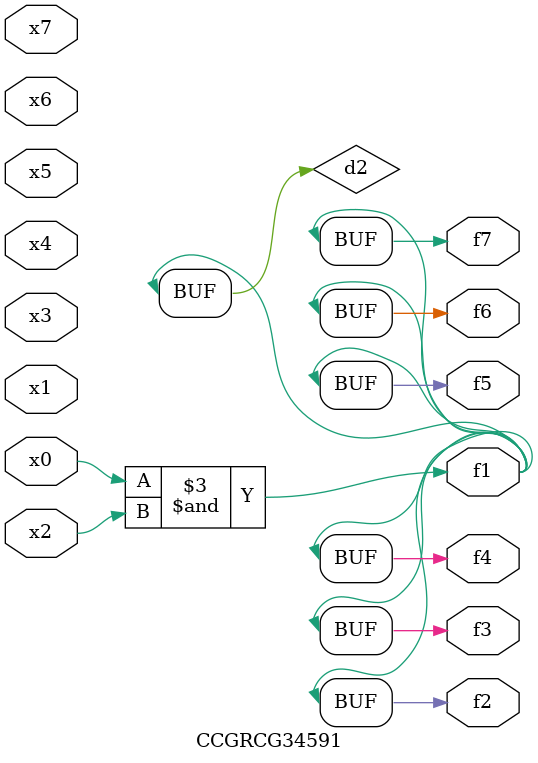
<source format=v>
module CCGRCG34591(
	input x0, x1, x2, x3, x4, x5, x6, x7,
	output f1, f2, f3, f4, f5, f6, f7
);

	wire d1, d2;

	nor (d1, x3, x6);
	and (d2, x0, x2);
	assign f1 = d2;
	assign f2 = d2;
	assign f3 = d2;
	assign f4 = d2;
	assign f5 = d2;
	assign f6 = d2;
	assign f7 = d2;
endmodule

</source>
